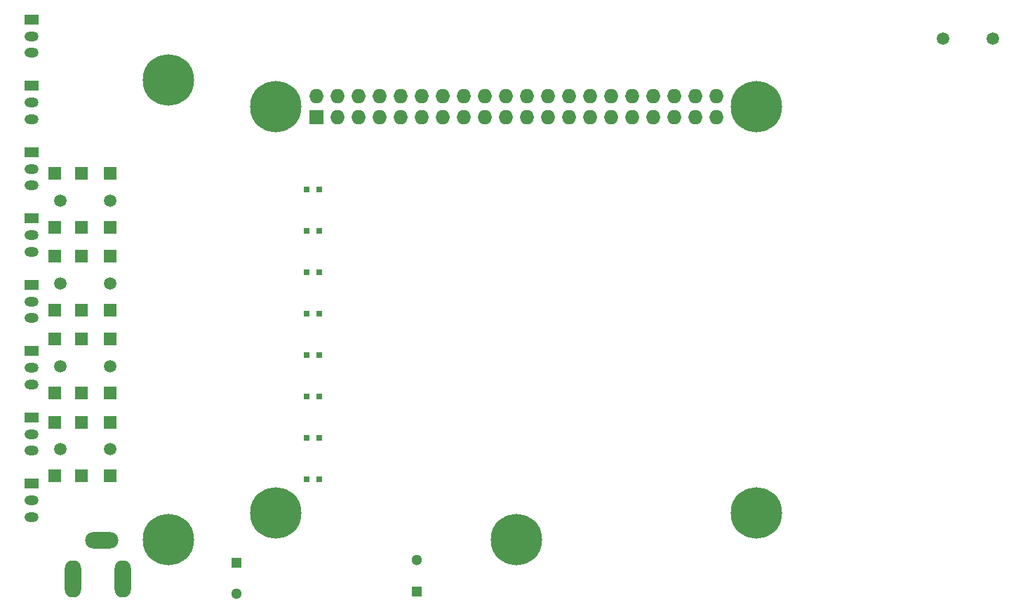
<source format=gts>
G04 #@! TF.GenerationSoftware,KiCad,Pcbnew,(2017-06-12 revision 19d5cc754)-master*
G04 #@! TF.CreationDate,2017-12-09T12:00:16+01:00*
G04 #@! TF.ProjectId,RPi_Hat,5250695F4861742E6B696361645F7063,rev?*
G04 #@! TF.FileFunction,Soldermask,Top*
G04 #@! TF.FilePolarity,Negative*
%FSLAX46Y46*%
G04 Gerber Fmt 4.6, Leading zero omitted, Abs format (unit mm)*
G04 Created by KiCad (PCBNEW (2017-06-12 revision 19d5cc754)-master) date 2017 December 09, Saturday 12:00:16*
%MOMM*%
%LPD*%
G01*
G04 APERTURE LIST*
%ADD10C,0.100000*%
%ADD11C,6.200000*%
%ADD12C,1.500000*%
%ADD13O,1.700000X1.200000*%
%ADD14R,1.700000X1.200000*%
%ADD15R,1.500000X1.500000*%
%ADD16O,4.000000X2.000000*%
%ADD17O,2.000000X4.500000*%
%ADD18R,1.727200X1.727200*%
%ADD19O,1.727200X1.727200*%
%ADD20R,1.300000X1.300000*%
%ADD21C,1.300000*%
%ADD22R,0.797560X0.797560*%
G04 APERTURE END LIST*
D10*
D11*
X32500000Y-56250000D03*
X-9500000Y-750000D03*
X-9500000Y-56250000D03*
D12*
X90000000Y4250000D03*
X84000000Y4250000D03*
D13*
X-26000000Y-53500000D03*
X-26000000Y-51500000D03*
D14*
X-26000000Y-49500000D03*
X-26000000Y-41500000D03*
D13*
X-26000000Y-43500000D03*
X-26000000Y-45500000D03*
X-26000000Y-37500000D03*
X-26000000Y-35500000D03*
D14*
X-26000000Y-33500000D03*
X-26000000Y-25500000D03*
D13*
X-26000000Y-27500000D03*
X-26000000Y-29500000D03*
X-26000000Y-21500000D03*
X-26000000Y-19500000D03*
D14*
X-26000000Y-17500000D03*
X-26000000Y-9500000D03*
D13*
X-26000000Y-11500000D03*
X-26000000Y-13500000D03*
X-26000000Y-5500000D03*
X-26000000Y-3500000D03*
D14*
X-26000000Y-1500000D03*
X-26000000Y6500000D03*
D13*
X-26000000Y4500000D03*
X-26000000Y2500000D03*
D12*
X-16500000Y-45311510D03*
X-22500000Y-45311510D03*
D15*
X-16500000Y-48561510D03*
X-20000000Y-48561510D03*
X-23200000Y-48561510D03*
X-16500000Y-42061510D03*
X-20000000Y-42061510D03*
X-23200000Y-42061510D03*
X-23200000Y-32061510D03*
X-20000000Y-32061510D03*
X-16500000Y-32061510D03*
X-23200000Y-38561510D03*
X-20000000Y-38561510D03*
X-16500000Y-38561510D03*
D12*
X-22500000Y-35311510D03*
X-16500000Y-35311510D03*
X-16500000Y-45311510D03*
X-22500000Y-45311510D03*
D15*
X-23200000Y-22061510D03*
X-20000000Y-22061510D03*
X-16500000Y-22061510D03*
X-23200000Y-28561510D03*
X-20000000Y-28561510D03*
X-16500000Y-28561510D03*
D12*
X-22500000Y-25311510D03*
X-16500000Y-25311510D03*
X-16500000Y-15311510D03*
X-22500000Y-15311510D03*
D15*
X-16500000Y-18561510D03*
X-20000000Y-18561510D03*
X-23200000Y-18561510D03*
X-16500000Y-12061510D03*
X-20000000Y-12061510D03*
X-23200000Y-12061510D03*
D12*
X-22500000Y-15311510D03*
X-16500000Y-15311510D03*
X-16500000Y-25311510D03*
X-22500000Y-25311510D03*
X-22500000Y-35311510D03*
X-16500000Y-35311510D03*
D16*
X-17500000Y-56350000D03*
D17*
X-15000000Y-61000000D03*
X-21000000Y-61000000D03*
D18*
X8370000Y-5270000D03*
D19*
X8370000Y-2730000D03*
X10910000Y-5270000D03*
X10910000Y-2730000D03*
X13450000Y-5270000D03*
X13450000Y-2730000D03*
X15990000Y-5270000D03*
X15990000Y-2730000D03*
X18530000Y-5270000D03*
X18530000Y-2730000D03*
X21070000Y-5270000D03*
X21070000Y-2730000D03*
X23610000Y-5270000D03*
X23610000Y-2730000D03*
X26150000Y-5270000D03*
X26150000Y-2730000D03*
X28690000Y-5270000D03*
X28690000Y-2730000D03*
X31230000Y-5270000D03*
X31230000Y-2730000D03*
X33770000Y-5270000D03*
X33770000Y-2730000D03*
X36310000Y-5270000D03*
X36310000Y-2730000D03*
X38850000Y-5270000D03*
X38850000Y-2730000D03*
X41390000Y-5270000D03*
X41390000Y-2730000D03*
X43930000Y-5270000D03*
X43930000Y-2730000D03*
X46470000Y-5270000D03*
X46470000Y-2730000D03*
X49010000Y-5270000D03*
X49010000Y-2730000D03*
X51550000Y-5270000D03*
X51550000Y-2730000D03*
X54090000Y-5270000D03*
X54090000Y-2730000D03*
X56630000Y-5270000D03*
X56630000Y-2730000D03*
D11*
X61500000Y-4000000D03*
X61500000Y-53000000D03*
X3500000Y-53000000D03*
X3500000Y-4000000D03*
D20*
X20500000Y-62500000D03*
D21*
X20500000Y-58700000D03*
X-1250000Y-62800000D03*
D20*
X-1250000Y-59000000D03*
D22*
X8749300Y-49000000D03*
X7250700Y-49000000D03*
X7250700Y-44000000D03*
X8749300Y-44000000D03*
X8749300Y-39000000D03*
X7250700Y-39000000D03*
X7250700Y-34000000D03*
X8749300Y-34000000D03*
X8749300Y-29000000D03*
X7250700Y-29000000D03*
X8749300Y-24000000D03*
X7250700Y-24000000D03*
X7250700Y-19000000D03*
X8749300Y-19000000D03*
X7250700Y-14000000D03*
X8749300Y-14000000D03*
M02*

</source>
